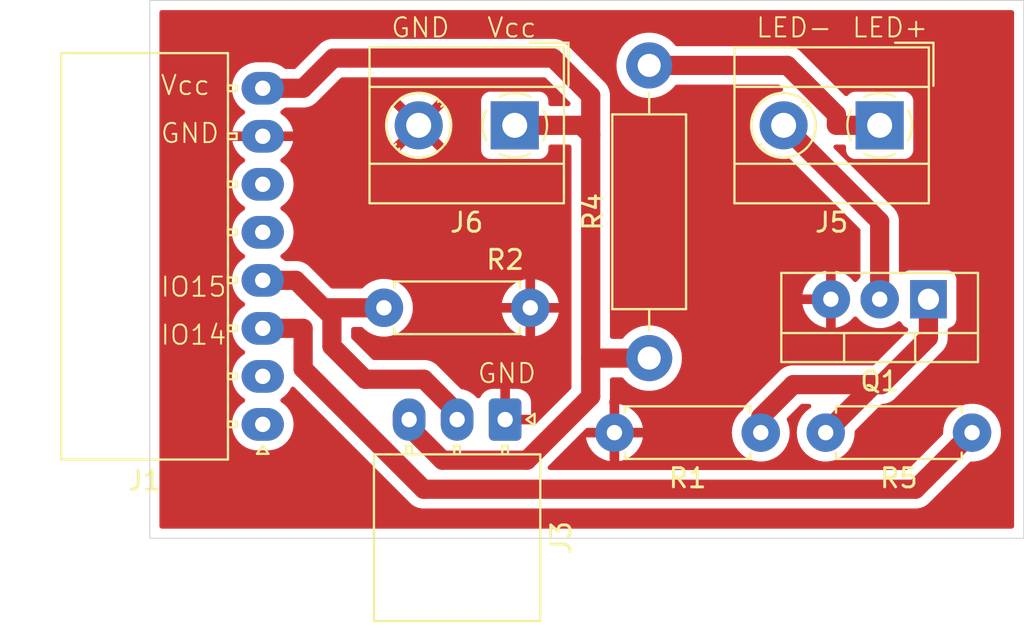
<source format=kicad_pcb>
(kicad_pcb (version 20240108) (generator "pcbnew") (generator_version "8.0")
  (layers (0 "F.Cu" signal) (31 "B.Cu" signal) (34 "B.Paste" user) (35 "F.Paste" user) (36 "B.SilkS" user "B.Silkscreen") (37 "F.SilkS" user "F.Silkscreen") (38 "B.Mask" user) (39 "F.Mask" user) (44 "Edge.Cuts" user))
  (net 0 "")
  (net 1 "/GPIO4")
  (net 2 "VCC")
  (net 3 "/GPIO2")
  (net 4 "Earth")
  (net 5 "/GPIO13")
  (net 6 "/GPIO12")
  (net 7 "GPIO14")
  (net 8 "/GPIO15")
  (net 9 "Net-(J5-Pin_1)")
  (net 10 "Net-(J5-Pin_2)")
  (net 11 "Net-(Q1-G)")
  (footprint "TerminalBlock_MetzConnect:TerminalBlock_MetzConnect_Type055_RT01502HDWU_1x02_P5.00mm_Horizontal" (layer "F.Cu") (at 190.5 76.5 180)
    (property "Reference" "J5" (at 2.5 -5.06 180) (layer "F.SilkS"))
    (property "Value" "IR_LED_850nm")
    (fp_line (start 7.56 -4.06) (end 7.56 4.06) (stroke (width 0.12)) (layer "F.SilkS"))
    (fp_line (start 6.275 -1.069) (end 6.181 -0.976) (stroke (width 0.12)) (layer "F.SilkS"))
    (fp_line (start 6.07 -1.275) (end 6.011 -1.216) (stroke (width 0.12)) (layer "F.SilkS"))
    (fp_line (start 3.99 1.216) (end 3.931 1.274) (stroke (width 0.12)) (layer "F.SilkS"))
    (fp_line (start 3.82 0.976) (end 3.726 1.069) (stroke (width 0.12)) (layer "F.SilkS"))
    (fp_line (start -2.56 4.06) (end 7.56 4.06) (stroke (width 0.12)) (layer "F.SilkS"))
    (fp_line (start -2.56 2) (end 7.56 2) (stroke (width 0.12)) (layer "F.SilkS"))
    (fp_line (start -2.56 -2) (end 7.56 -2) (stroke (width 0.12)) (layer "F.SilkS"))
    (fp_line (start -2.56 -4.06) (end 7.56 -4.06) (stroke (width 0.12)) (layer "F.SilkS"))
    (fp_line (start -2.56 -4.06) (end -2.56 4.06) (stroke (width 0.12)) (layer "F.SilkS"))
    (fp_line (start -2.8 4.3) (end -0.8 4.3) (stroke (width 0.12)) (layer "F.SilkS"))
    (fp_line (start -2.8 2.06) (end -2.8 4.3) (stroke (width 0.12)) (layer "F.SilkS"))
    (fp_arc (start 1.483953 -0.789089) (mid 1.680708 -0.00005) (end 1.484 0.789) (stroke (width 0.12)) (layer "F.SilkS"))
    (fp_arc (start 0.788712 1.483352) (mid 0.406429 1.630097) (end 0 1.68) (stroke (width 0.12)) (layer "F.SilkS"))
    (fp_arc (start 0.029383 1.68045) (mid -0.392304 1.634281) (end -0.789 1.484) (stroke (width 0.12)) (layer "F.SilkS"))
    (fp_arc (start -0.789089 -1.483953) (mid -0.00005 -1.680708) (end 0.789 -1.484) (stroke (width 0.12)) (layer "F.SilkS"))
    (fp_arc (start -1.483953 0.789089) (mid -1.680708 0.00005) (end -1.484 -0.789) (stroke (width 0.12)) (layer "F.SilkS"))
    (fp_circle (center 5 0) (end 6.68 0) (stroke (width 0.12)) (fill none) (layer "F.SilkS"))
    (pad "1" thru_hole rect (at 0 0 180) (size 2.5 2.5) (drill 1.3) (layers "*.Cu" "*.Mask") (net 9 "Net-(J5-Pin_1)"))
    (pad "2" thru_hole circle (at 5 0 180) (size 2.5 2.5) (drill 1.3) (layers "*.Cu" "*.Mask") (net 10 "Net-(J5-Pin_2)"))
  )
  (footprint "Resistor_THT:R_Axial_DIN0207_L6.3mm_D2.5mm_P7.62mm_Horizontal" (layer "F.Cu") (at 195.31 92.5 180)
    (property "Reference" "R5" (at 3.81 -2.37 180) (layer "F.SilkS"))
    (property "Value" "1k")
    (fp_line (start 7.08 1.37) (end 7.08 1.04) (stroke (width 0.12)) (layer "F.SilkS"))
    (fp_line (start 7.08 -1.37) (end 7.08 -1.04) (stroke (width 0.12)) (layer "F.SilkS"))
    (fp_line (start 0.54 1.37) (end 7.08 1.37) (stroke (width 0.12)) (layer "F.SilkS"))
    (fp_line (start 0.54 1.04) (end 0.54 1.37) (stroke (width 0.12)) (layer "F.SilkS"))
    (fp_line (start 0.54 -1.04) (end 0.54 -1.37) (stroke (width 0.12)) (layer "F.SilkS"))
    (fp_line (start 0.54 -1.37) (end 7.08 -1.37) (stroke (width 0.12)) (layer "F.SilkS"))
    (pad "1" thru_hole oval (at 0 0 180) (size 2 2) (drill 0.8) (layers "*.Cu" "*.Mask") (net 7 "GPIO14"))
    (pad "2" thru_hole oval (at 7.62 0 180) (size 2 2) (drill 0.8) (layers "*.Cu" "*.Mask") (net 11 "Net-(Q1-G)"))
  )
  (footprint "Connector_Molex:Molex_Nano-Fit_105313-xx03_1x03_P2.50mm_Horizontal" (layer "F.Cu") (at 171 91.82 -90)
    (property "Reference" "J3" (at 6.15 -2.92 90) (layer "F.SilkS"))
    (property "Value" "HC501")
    (fp_line (start 1.81 6.83) (end 10.49 6.83) (stroke (width 0.12)) (layer "F.SilkS"))
    (fp_line (start 10.49 6.83) (end 10.49 -1.83) (stroke (width 0.12)) (layer "F.SilkS"))
    (fp_line (start 1.36 5.15) (end 1.81 5.15) (stroke (width 0.12)) (layer "F.SilkS"))
    (fp_line (start 1.81 5.15) (end 1.81 4.85) (stroke (width 0.12)) (layer "F.SilkS"))
    (fp_line (start 1.36 4.85) (end 1.36 5.15) (stroke (width 0.12)) (layer "F.SilkS"))
    (fp_line (start 1.81 4.85) (end 1.36 4.85) (stroke (width 0.12)) (layer "F.SilkS"))
    (fp_line (start 1.36 2.65) (end 1.81 2.65) (stroke (width 0.12)) (layer "F.SilkS"))
    (fp_line (start 1.81 2.65) (end 1.81 2.35) (stroke (width 0.12)) (layer "F.SilkS"))
    (fp_line (start 1.36 2.35) (end 1.36 2.65) (stroke (width 0.12)) (layer "F.SilkS"))
    (fp_line (start 1.81 2.35) (end 1.36 2.35) (stroke (width 0.12)) (layer "F.SilkS"))
    (fp_line (start 1.36 0.15) (end 1.81 0.15) (stroke (width 0.12)) (layer "F.SilkS"))
    (fp_line (start 1.81 0.15) (end 1.81 -0.15) (stroke (width 0.12)) (layer "F.SilkS"))
    (fp_line (start 1.36 -0.15) (end 1.36 0.15) (stroke (width 0.12)) (layer "F.SilkS"))
    (fp_line (start 1.81 -0.15) (end 1.36 -0.15) (stroke (width 0.12)) (layer "F.SilkS"))
    (fp_line (start 0 -1.11) (end 0.3 -1.534264) (stroke (width 0.12)) (layer "F.SilkS"))
    (fp_line (start -0.3 -1.534264) (end 0 -1.11) (stroke (width 0.12)) (layer "F.SilkS"))
    (fp_line (start 0.3 -1.534264) (end -0.3 -1.534264) (stroke (width 0.12)) (layer "F.SilkS"))
    (fp_line (start 1.81 -1.83) (end 1.81 6.83) (stroke (width 0.12)) (layer "F.SilkS"))
    (fp_line (start 10.49 -1.83) (end 1.81 -1.83) (stroke (width 0.12)) (layer "F.SilkS"))
    (pad "" np_thru_hole circle (at 7.18 0 270) (size 1.7 1.7) (drill 1.7) (layers "*.Cu" "*.Mask"))
    (pad "" np_thru_hole circle (at 7.18 5 270) (size 1.7 1.7) (drill 1.7) (layers "*.Cu" "*.Mask"))
    (pad "1" thru_hole roundrect (at 0 0 270) (size 2.2 1.7) (drill 0.8) (layers "*.Cu" "*.Mask") (roundrect_rratio 0.147059) (net 4 "Earth"))
    (pad "2" thru_hole oval (at 0 2.5 270) (size 2.2 1.7) (drill 0.8) (layers "*.Cu" "*.Mask") (net 8 "/GPIO15"))
    (pad "3" thru_hole oval (at 0 5 270) (size 2.2 1.7) (drill 0.8) (layers "*.Cu" "*.Mask") (net 2 "VCC"))
  )
  (footprint "Package_TO_SOT_THT:TO-220-3_Vertical" (layer "F.Cu") (at 193.04 85.555 180)
    (property "Reference" "Q1" (at 2.54 -4.27 180) (layer "F.SilkS"))
    (property "Value" "IRF540N")
    (fp_line (start 7.66 -3.27) (end 7.66 1.371) (stroke (width 0.12)) (layer "F.SilkS"))
    (fp_line (start 4.391 -3.27) (end 4.391 -1.76) (stroke (width 0.12)) (layer "F.SilkS"))
    (fp_line (start 0.69 -3.27) (end 0.69 -1.76) (stroke (width 0.12)) (layer "F.SilkS"))
    (fp_line (start -2.58 1.371) (end 7.66 1.371) (stroke (width 0.12)) (layer "F.SilkS"))
    (fp_line (start -2.58 -1.76) (end 7.66 -1.76) (stroke (width 0.12)) (layer "F.SilkS"))
    (fp_line (start -2.58 -3.27) (end 7.66 -3.27) (stroke (width 0.12)) (layer "F.SilkS"))
    (fp_line (start -2.58 -3.27) (end -2.58 1.371) (stroke (width 0.12)) (layer "F.SilkS"))
    (pad "1" thru_hole rect (at 0 0 180) (size 1.905 2) (drill 1.1) (layers "*.Cu" "*.Mask") (net 11 "Net-(Q1-G)"))
    (pad "2" thru_hole oval (at 2.54 0 180) (size 2 2) (drill 0.8) (layers "*.Cu" "*.Mask") (net 10 "Net-(J5-Pin_2)"))
    (pad "3" thru_hole oval (at 5.08 0 180) (size 2 2) (drill 0.8) (layers "*.Cu" "*.Mask") (net 4 "Earth"))
  )
  (footprint "Resistor_THT:R_Axial_DIN0411_L9.9mm_D3.6mm_P15.24mm_Horizontal" (layer "F.Cu") (at 178.5 88.62 90)
    (property "Reference" "R4" (at 7.62 -2.92 -90) (layer "F.SilkS"))
    (property "Value" "5.6")
    (fp_line (start 12.69 -1.92) (end 2.55 -1.92) (stroke (width 0.12)) (layer "F.SilkS"))
    (fp_line (start 2.55 -1.92) (end 2.55 1.92) (stroke (width 0.12)) (layer "F.SilkS"))
    (fp_line (start 13.8 0) (end 12.69 0) (stroke (width 0.12)) (layer "F.SilkS"))
    (fp_line (start 1.44 0) (end 2.55 0) (stroke (width 0.12)) (layer "F.SilkS"))
    (fp_line (start 12.69 1.92) (end 12.69 -1.92) (stroke (width 0.12)) (layer "F.SilkS"))
    (fp_line (start 2.55 1.92) (end 12.69 1.92) (stroke (width 0.12)) (layer "F.SilkS"))
    (pad "1" thru_hole circle (at 0 0 90) (size 2.4 2.4) (drill 1.2) (layers "*.Cu" "*.Mask") (net 2 "VCC"))
    (pad "2" thru_hole oval (at 15.24 0 90) (size 2.4 2.4) (drill 1.2) (layers "*.Cu" "*.Mask") (net 9 "Net-(J5-Pin_1)"))
  )
  (footprint "TerminalBlock_MetzConnect:TerminalBlock_MetzConnect_Type055_RT01502HDWU_1x02_P5.00mm_Horizontal" (layer "F.Cu") (at 171.5 76.5 180)
    (property "Reference" "J6" (at 2.5 -5.06 180) (layer "F.SilkS"))
    (property "Value" "POWER")
    (fp_line (start 7.56 -4.06) (end 7.56 4.06) (stroke (width 0.12)) (layer "F.SilkS"))
    (fp_line (start 6.275 -1.069) (end 6.181 -0.976) (stroke (width 0.12)) (layer "F.SilkS"))
    (fp_line (start 6.07 -1.275) (end 6.011 -1.216) (stroke (width 0.12)) (layer "F.SilkS"))
    (fp_line (start 3.99 1.216) (end 3.931 1.274) (stroke (width 0.12)) (layer "F.SilkS"))
    (fp_line (start 3.82 0.976) (end 3.726 1.069) (stroke (width 0.12)) (layer "F.SilkS"))
    (fp_line (start -2.56 4.06) (end 7.56 4.06) (stroke (width 0.12)) (layer "F.SilkS"))
    (fp_line (start -2.56 2) (end 7.56 2) (stroke (width 0.12)) (layer "F.SilkS"))
    (fp_line (start -2.56 -2) (end 7.56 -2) (stroke (width 0.12)) (layer "F.SilkS"))
    (fp_line (start -2.56 -4.06) (end 7.56 -4.06) (stroke (width 0.12)) (layer "F.SilkS"))
    (fp_line (start -2.56 -4.06) (end -2.56 4.06) (stroke (width 0.12)) (layer "F.SilkS"))
    (fp_line (start -2.8 4.3) (end -0.8 4.3) (stroke (width 0.12)) (layer "F.SilkS"))
    (fp_line (start -2.8 2.06) (end -2.8 4.3) (stroke (width 0.12)) (layer "F.SilkS"))
    (fp_arc (start 1.483953 -0.789089) (mid 1.680708 -0.00005) (end 1.484 0.789) (stroke (width 0.12)) (layer "F.SilkS"))
    (fp_arc (start 0.788712 1.483352) (mid 0.406429 1.630097) (end 0 1.68) (stroke (width 0.12)) (layer "F.SilkS"))
    (fp_arc (start 0.029383 1.68045) (mid -0.392304 1.634281) (end -0.789 1.484) (stroke (width 0.12)) (layer "F.SilkS"))
    (fp_arc (start -0.789089 -1.483953) (mid -0.00005 -1.680708) (end 0.789 -1.484) (stroke (width 0.12)) (layer "F.SilkS"))
    (fp_arc (start -1.483953 0.789089) (mid -1.680708 0.00005) (end -1.484 -0.789) (stroke (width 0.12)) (layer "F.SilkS"))
    (fp_circle (center 5 0) (end 6.68 0) (stroke (width 0.12)) (fill none) (layer "F.SilkS"))
    (pad "1" thru_hole rect (at 0 0 180) (size 2.5 2.5) (drill 1.3) (layers "*.Cu" "*.Mask") (net 2 "VCC"))
    (pad "2" thru_hole circle (at 5 0 180) (size 2.5 2.5) (drill 1.3) (layers "*.Cu" "*.Mask") (net 4 "Earth"))
  )
  (footprint "Connector_Molex:Molex_Nano-Fit_105313-xx08_1x08_P2.50mm_Horizontal" (layer "F.Cu") (at 158.38 92.07 180)
    (property "Reference" "J1" (at 6.15 -2.92 180) (layer "F.SilkS"))
    (property "Value" "Conn_01x08_Socket")
    (fp_line (start 10.49 19.33) (end 10.49 -1.83) (stroke (width 0.12)) (layer "F.SilkS"))
    (fp_line (start 10.49 -1.83) (end 1.81 -1.83) (stroke (width 0.12)) (layer "F.SilkS"))
    (fp_line (start 1.81 19.33) (end 10.49 19.33) (stroke (width 0.12)) (layer "F.SilkS"))
    (fp_line (start 1.81 17.65) (end 1.81 17.35) (stroke (width 0.12)) (layer "F.SilkS"))
    (fp_line (start 1.81 17.35) (end 1.36 17.35) (stroke (width 0.12)) (layer "F.SilkS"))
    (fp_line (start 1.81 15.15) (end 1.81 14.85) (stroke (width 0.12)) (layer "F.SilkS"))
    (fp_line (start 1.81 14.85) (end 1.36 14.85) (stroke (width 0.12)) (layer "F.SilkS"))
    (fp_line (start 1.81 12.65) (end 1.81 12.35) (stroke (width 0.12)) (layer "F.SilkS"))
    (fp_line (start 1.81 12.35) (end 1.36 12.35) (stroke (width 0.12)) (layer "F.SilkS"))
    (fp_line (start 1.81 10.15) (end 1.81 9.85) (stroke (width 0.12)) (layer "F.SilkS"))
    (fp_line (start 1.81 9.85) (end 1.36 9.85) (stroke (width 0.12)) (layer "F.SilkS"))
    (fp_line (start 1.81 7.65) (end 1.81 7.35) (stroke (width 0.12)) (layer "F.SilkS"))
    (fp_line (start 1.81 7.35) (end 1.36 7.35) (stroke (width 0.12)) (layer "F.SilkS"))
    (fp_line (start 1.81 5.15) (end 1.81 4.85) (stroke (width 0.12)) (layer "F.SilkS"))
    (fp_line (start 1.81 4.85) (end 1.36 4.85) (stroke (width 0.12)) (layer "F.SilkS"))
    (fp_line (start 1.81 2.65) (end 1.81 2.35) (stroke (width 0.12)) (layer "F.SilkS"))
    (fp_line (start 1.81 2.35) (end 1.36 2.35) (stroke (width 0.12)) (layer "F.SilkS"))
    (fp_line (start 1.81 0.15) (end 1.81 -0.15) (stroke (width 0.12)) (layer "F.SilkS"))
    (fp_line (start 1.81 -0.15) (end 1.36 -0.15) (stroke (width 0.12)) (layer "F.SilkS"))
    (fp_line (start 1.81 -1.83) (end 1.81 19.33) (stroke (width 0.12)) (layer "F.SilkS"))
    (fp_line (start 1.36 17.65) (end 1.81 17.65) (stroke (width 0.12)) (layer "F.SilkS"))
    (fp_line (start 1.36 17.35) (end 1.36 17.65) (stroke (width 0.12)) (layer "F.SilkS"))
    (fp_line (start 1.36 15.15) (end 1.81 15.15) (stroke (width 0.12)) (layer "F.SilkS"))
    (fp_line (start 1.36 14.85) (end 1.36 15.15) (stroke (width 0.12)) (layer "F.SilkS"))
    (fp_line (start 1.36 12.65) (end 1.81 12.65) (stroke (width 0.12)) (layer "F.SilkS"))
    (fp_line (start 1.36 12.35) (end 1.36 12.65) (stroke (width 0.12)) (layer "F.SilkS"))
    (fp_line (start 1.36 10.15) (end 1.81 10.15) (stroke (width 0.12)) (layer "F.SilkS"))
    (fp_line (start 1.36 9.85) (end 1.36 10.15) (stroke (width 0.12)) (layer "F.SilkS"))
    (fp_line (start 1.36 7.65) (end 1.81 7.65) (stroke (width 0.12)) (layer "F.SilkS"))
    (fp_line (start 1.36 7.35) (end 1.36 7.65) (stroke (width 0.12)) (layer "F.SilkS"))
    (fp_line (start 1.36 5.15) (end 1.81 5.15) (stroke (width 0.12)) (layer "F.SilkS"))
    (fp_line (start 1.36 4.85) (end 1.36 5.15) (stroke (width 0.12)) (layer "F.SilkS"))
    (fp_line (start 1.36 2.65) (end 1.81 2.65) (stroke (width 0.12)) (layer "F.SilkS"))
    (fp_line (start 1.36 2.35) (end 1.36 2.65) (stroke (width 0.12)) (layer "F.SilkS"))
    (fp_line (start 1.36 0.15) (end 1.81 0.15) (stroke (width 0.12)) (layer "F.SilkS"))
    (fp_line (start 1.36 -0.15) (end 1.36 0.15) (stroke (width 0.12)) (layer "F.SilkS"))
    (fp_line (start 0.3 -1.534264) (end -0.3 -1.534264) (stroke (width 0.12)) (layer "F.SilkS"))
    (fp_line (start 0 -1.11) (end 0.3 -1.534264) (stroke (width 0.12)) (layer "F.SilkS"))
    (fp_line (start -0.3 -1.534264) (end 0 -1.11) (stroke (width 0.12)) (layer "F.SilkS"))
    (pad "" np_thru_hole circle (at 7.18 0 180) (size 1.7 1.7) (drill 1.7) (layers "*.Cu" "*.Mask"))
    (pad "" np_thru_hole circle (at 7.18 17.5 180) (size 1.7 1.7) (drill 1.7) (layers "*.Cu" "*.Mask"))
    (pad "1" thru_hole oval (at 0 0 180) (size 2.2 1.7) (drill 0.8) (layers "*.Cu" "*.Mask") (net 1 "/GPIO4"))
    (pad "2" thru_hole oval (at 0 2.5 180) (size 2.2 1.7) (drill 0.8) (layers "*.Cu" "*.Mask") (net 3 "/GPIO2"))
    (pad "3" thru_hole oval (at 0 5 180) (size 2.2 1.7) (drill 0.8) (layers "*.Cu" "*.Mask") (net 7 "GPIO14"))
    (pad "4" thru_hole oval (at 0 7.5 180) (size 2.2 1.7) (drill 0.8) (layers "*.Cu" "*.Mask") (net 8 "/GPIO15"))
    (pad "5" thru_hole oval (at 0 10 180) (size 2.2 1.7) (drill 0.8) (layers "*.Cu" "*.Mask") (net 5 "/GPIO13"))
    (pad "6" thru_hole oval (at 0 12.5 180) (size 2.2 1.7) (drill 0.8) (layers "*.Cu" "*.Mask") (net 6 "/GPIO12"))
    (pad "7" thru_hole oval (at 0 15 180) (size 2.2 1.7) (drill 0.8) (layers "*.Cu" "*.Mask") (net 4 "Earth"))
    (pad "8" thru_hole oval (at 0 17.5 180) (size 2.2 1.7) (drill 0.8) (layers "*.Cu" "*.Mask") (net 2 "VCC"))
  )
  (footprint "Resistor_THT:R_Axial_DIN0207_L6.3mm_D2.5mm_P7.62mm_Horizontal" (layer "F.Cu") (at 184.31 92.5 180)
    (property "Reference" "R1" (at 3.81 -2.37 180) (layer "F.SilkS"))
    (property "Value" "100k")
    (fp_line (start 7.08 1.37) (end 7.08 1.04) (stroke (width 0.12)) (layer "F.SilkS"))
    (fp_line (start 7.08 -1.37) (end 7.08 -1.04) (stroke (width 0.12)) (layer "F.SilkS"))
    (fp_line (start 0.54 1.37) (end 7.08 1.37) (stroke (width 0.12)) (layer "F.SilkS"))
    (fp_line (start 0.54 1.04) (end 0.54 1.37) (stroke (width 0.12)) (layer "F.SilkS"))
    (fp_line (start 0.54 -1.04) (end 0.54 -1.37) (stroke (width 0.12)) (layer "F.SilkS"))
    (fp_line (start 0.54 -1.37) (end 7.08 -1.37) (stroke (width 0.12)) (layer "F.SilkS"))
    (pad "1" thru_hole oval (at 0 0 180) (size 2 2) (drill 0.8) (layers "*.Cu" "*.Mask") (net 11 "Net-(Q1-G)"))
    (pad "2" thru_hole oval (at 7.62 0 180) (size 2 2) (drill 0.8) (layers "*.Cu" "*.Mask") (net 4 "Earth"))
  )
  (footprint "Resistor_THT:R_Axial_DIN0207_L6.3mm_D2.5mm_P7.62mm_Horizontal" (layer "F.Cu") (at 172.31 86 180)
    (property "Reference" "R2" (at 1.31 2.5 180) (layer "F.SilkS"))
    (property "Value" "1k")
    (fp_line (start 7.08 1.37) (end 7.08 1.04) (stroke (width 0.12)) (layer "F.SilkS"))
    (fp_line (start 7.08 -1.37) (end 7.08 -1.04) (stroke (width 0.12)) (layer "F.SilkS"))
    (fp_line (start 0.54 1.37) (end 7.08 1.37) (stroke (width 0.12)) (layer "F.SilkS"))
    (fp_line (start 0.54 1.04) (end 0.54 1.37) (stroke (width 0.12)) (layer "F.SilkS"))
    (fp_line (start 0.54 -1.04) (end 0.54 -1.37) (stroke (width 0.12)) (layer "F.SilkS"))
    (fp_line (start 0.54 -1.37) (end 7.08 -1.37) (stroke (width 0.12)) (layer "F.SilkS"))
    (pad "1" thru_hole oval (at 0 0 180) (size 2 2) (drill 0.8) (layers "*.Cu" "*.Mask") (net 4 "Earth"))
    (pad "2" thru_hole oval (at 7.62 0 180) (size 2 2) (drill 0.8) (layers "*.Cu" "*.Mask") (net 8 "/GPIO15"))
  )
  (gr_rect (start 152.5 70) (end 198 98) (stroke (width 0.05)) (fill none) (layer "Edge.Cuts"))
  (gr_text "GND" (at 169.5 90 0) (layer "F.SilkS") (effects (font (size 1 1) (thickness 0.1)) (justify left bottom)))
  (gr_text "Vcc" (at 170 72 0) (layer "F.SilkS") (effects (font (size 1 1) (thickness 0.1)) (justify left bottom)))
  (gr_text "LED-" (at 184 72 0) (layer "F.SilkS") (effects (font (size 1 1) (thickness 0.1)) (justify left bottom)))
  (gr_text "IO14" (at 153 88 0) (layer "F.SilkS") (effects (font (size 1 1) (thickness 0.1)) (justify left bottom)))
  (gr_text "Vcc" (at 153 75 0) (layer "F.SilkS") (effects (font (size 1 1) (thickness 0.1)) (justify left bottom)))
  (gr_text "GND" (at 153 77.5 0) (layer "F.SilkS") (effects (font (size 1 1) (thickness 0.1)) (justify left bottom)))
  (gr_text "IO15" (at 153 85.5 0) (layer "F.SilkS") (effects (font (size 1 1) (thickness 0.1)) (justify left bottom)))
  (gr_text "GND" (at 165 72 0) (layer "F.SilkS") (effects (font (size 1 1) (thickness 0.1)) (justify left bottom)))
  (gr_text "LED+" (at 189 72 0) (layer "F.SilkS") (effects (font (size 1 1) (thickness 0.1)) (justify left bottom)))
  (segment (start 158.38 74.57) (end 160.4817 74.57) (width 1) (layer "F.Cu") (net 2))
  (segment (start 171.5 76.5) (end 174.9554 76.5) (width 1) (layer "F.Cu") (net 2))
  (segment (start 162.0517 73) (end 173.5 73) (width 1) (layer "F.Cu") (net 2))
  (segment (start 175.4554 88.62) (end 178.5 88.62) (width 1) (layer "F.Cu") (net 2))
  (segment (start 175.4554 77) (end 175.4554 88.62) (width 1) (layer "F.Cu") (net 2))
  (segment (start 160.4817 74.57) (end 162.0517 73) (width 1) (layer "F.Cu") (net 2))
  (segment (start 175.4554 74.9554) (end 175.4554 77) (width 1) (layer "F.Cu") (net 2))
  (segment (start 172.1353 93.9349) (end 167.7328 93.9349) (width 1) (layer "F.Cu") (net 2))
  (segment (start 167.7328 93.9349) (end 166 92.2021) (width 1) (layer "F.Cu") (net 2))
  (segment (start 166 92.2021) (end 166 91.82) (width 1) (layer "F.Cu") (net 2))
  (segment (start 175.4554 88.62) (end 175.4554 90.6148) (width 1) (layer "F.Cu") (net 2))
  (segment (start 174.9554 76.5) (end 175.4554 77) (width 1) (layer "F.Cu") (net 2))
  (segment (start 175.4554 90.6148) (end 172.1353 93.9349) (width 1) (layer "F.Cu") (net 2))
  (segment (start 173.5 73) (end 175.4554 74.9554) (width 1) (layer "F.Cu") (net 2))
  (segment (start 192.3628 95.4472) (end 195.31 92.5) (width 1) (layer "F.Cu") (net 7))
  (segment (start 158.38 87.07) (end 160.4817 87.07) (width 1) (layer "F.Cu") (net 7))
  (segment (start 166.7562 95.4472) (end 192.3628 95.4472) (width 1) (layer "F.Cu") (net 7))
  (segment (start 160.4817 87.07) (end 160.4817 89.1727) (width 1) (layer "F.Cu") (net 7))
  (segment (start 160.4817 89.1727) (end 166.7562 95.4472) (width 1) (layer "F.Cu") (net 7))
  (segment (start 160.51651 84.98349) (end 161.9817 86.44868) (width 1) (layer "F.Cu") (net 8))
  (segment (start 161.53302 86) (end 164.69 86) (width 1) (layer "F.Cu") (net 8))
  (segment (start 161.9817 86.44868) (end 161.9817 88) (width 1) (layer "F.Cu") (net 8))
  (segment (start 166.766295 89.72) (end 168.5 91.453705) (width 1) (layer "F.Cu") (net 8))
  (segment (start 160.10302 84.57) (end 160.51651 84.98349) (width 1) (layer "F.Cu") (net 8))
  (segment (start 168.5 91.453705) (end 168.5 91.82) (width 1) (layer "F.Cu") (net 8))
  (segment (start 158.38 84.57) (end 160.10302 84.57) (width 1) (layer "F.Cu") (net 8))
  (segment (start 161.9817 88) (end 163.7017 89.72) (width 1) (layer "F.Cu") (net 8))
  (segment (start 163.7017 89.72) (end 166.766295 89.72) (width 1) (layer "F.Cu") (net 8))
  (segment (start 160.51651 84.98349) (end 161.53302 86) (width 1) (layer "F.Cu") (net 8))
  (segment (start 188.2483 76.5) (end 188.2483 75.9371) (width 1) (layer "F.Cu") (net 9))
  (segment (start 190.5 76.5) (end 188.2483 76.5) (width 1) (layer "F.Cu") (net 9))
  (segment (start 185.6912 73.38) (end 178.5 73.38) (width 1) (layer "F.Cu") (net 9))
  (segment (start 188.2483 75.9371) (end 185.6912 73.38) (width 1) (layer "F.Cu") (net 9))
  (segment (start 190.5 81.5) (end 190.5 85.555) (width 1) (layer "F.Cu") (net 10))
  (segment (start 185.5 76.5) (end 190.5 81.5) (width 1) (layer "F.Cu") (net 10))
  (segment (start 184.31 91.69) (end 184.31 92.5) (width 1) (layer "F.Cu") (net 11))
  (segment (start 186 90) (end 184.31 91.69) (width 1) (layer "F.Cu") (net 11))
  (segment (start 190.19 90) (end 190.5967 90) (width 1) (layer "F.Cu") (net 11))
  (segment (start 187.69 92.5) (end 190.19 90) (width 1) (layer "F.Cu") (net 11))
  (segment (start 190.5967 90) (end 186 90) (width 1) (layer "F.Cu") (net 11))
  (segment (start 193.04 87.5567) (end 190.5967 90) (width 1) (layer "F.Cu") (net 11))
  (segment (start 193.04 85.555) (end 193.04 87.5567) (width 1) (layer "F.Cu") (net 11))
  (zone (net 4) (net_name "Earth") (layer "F.Cu") (connect_pads (clearance 0.5)) (min_thickness 0.25) (fill yes (thermal_gap 0.5) (thermal_bridge_width 0.5))
    (polygon (pts (xy 152.5 70) (xy 198 70) (xy 198 98) (xy 152.5 98)))
  )
)
</source>
